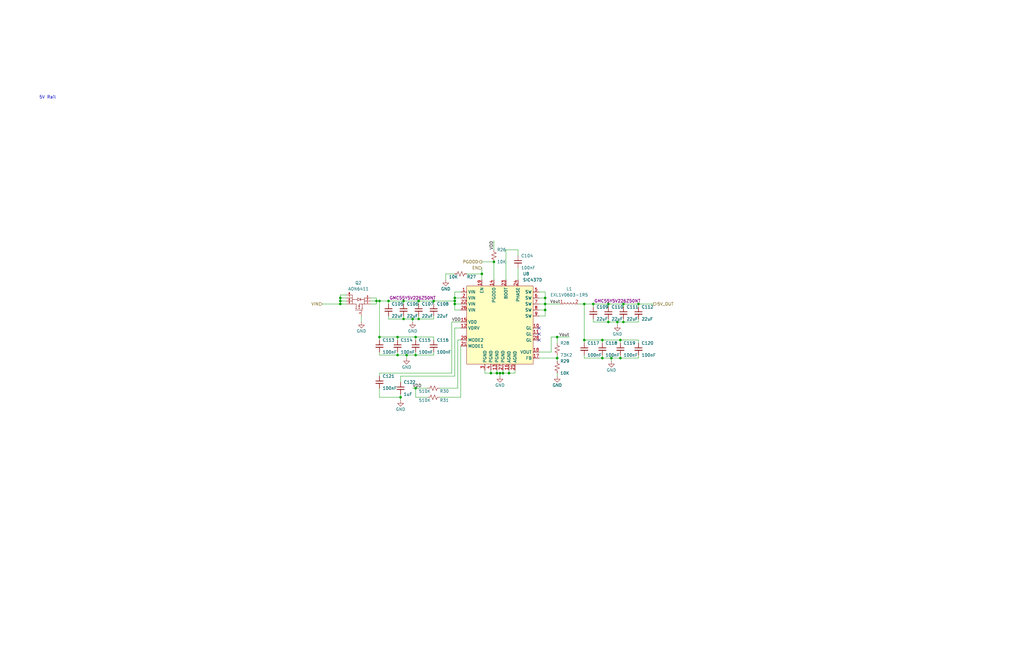
<source format=kicad_sch>
(kicad_sch (version 20211123) (generator eeschema)
  (paper "B")
  (lib_symbols
    (symbol "APA102_Matrix_Symbols:AON6411"
      (property "Reference" "Q" (at -6.35 5.08 0))
      (property "Value" "AON6411" (at -2.54 6.35 0))
      (symbol "AON6411_0_1"
        (polyline (pts (xy 2.54 -0.635) (xy 2.54 2.54)))
        (polyline (pts (xy 3.175 -0.3175) (xy 4.445 -0.3175)))
        (polyline (pts (xy 3.175 0) (xy 3.175 -0.635)))
        (polyline (pts (xy 3.175 0.9525) (xy 4.1275 0.9525)))
        (polyline (pts (xy 3.175 1.27) (xy 3.175 0.635)))
        (polyline (pts (xy 3.175 2.2225) (xy 4.445 2.2225)))
        (polyline (pts (xy 3.175 2.54) (xy 3.175 1.905)))
        (polyline (pts (xy 4.445 0.9525) (xy 4.1275 1.27)))
        (polyline (pts (xy 6.35 0.3175) (xy 7.62 0.3175)))
        (polyline (pts (xy 6.35 1.5875) (xy 6.985 0.3175)))
        (polyline (pts (xy 6.985 0.3175) (xy 6.985 -1.27)))
        (polyline (pts (xy 6.985 1.5875) (xy 6.985 3.81)))
        (polyline (pts (xy 4.1275 1.27) (xy 4.1275 0.635) (xy 4.445 0.9525)))
        (polyline (pts (xy 4.445 0.9525) (xy 5.08 0.9525) (xy 5.08 -0.3175)))
        (polyline (pts (xy 6.35 1.5875) (xy 7.62 1.5875) (xy 6.985 0.3175)))
        (polyline (pts (xy 4.445 -0.3175) (xy 5.08 -0.3175) (xy 5.08 -1.27) (xy 7.62 -1.27)))
        (polyline (pts (xy 4.445 2.2225) (xy 5.08 2.2225) (xy 5.08 3.81) (xy 8.89 3.81)))
      )
      (symbol "AON6411_1_1"
        (pin passive line (at 5.08 -3.81 90) (length 2.54) (name "") (number "1"))
        (pin passive line (at 6.35 -3.81 90) (length 2.54) (name "") (number "2"))
        (pin passive line (at 7.62 -3.81 90) (length 2.54) (name "") (number "3"))
        (pin passive line (at 0 0 0) (length 2.54) (name "") (number "4"))
        (pin passive line (at 5.08 6.35 270) (length 2.54) (name "") (number "5"))
        (pin passive line (at 6.35 6.35 270) (length 2.54) (name "") (number "6"))
        (pin passive line (at 7.62 6.35 270) (length 2.54) (name "") (number "7"))
        (pin passive line (at 8.89 6.35 270) (length 2.54) (name "") (number "8"))
      )
    )
    (symbol "APA102_Matrix_Symbols:EXL1V0603-1R5"
      (property "Reference" "L" (at 3.81 2.54 0))
      (property "Value" "EXL1V0603-1R5" (at 3.81 -1.27 0))
      (symbol "EXL1V0603-1R5_0_0"
        (arc (start 1.27 0) (mid 2.354 -0.449) (end 1.905 0.635))
        (arc (start 1.905 0.635) (mid 1.456 -0.449) (end 2.54 0))
        (arc (start 2.54 0) (mid 3.624 -0.449) (end 3.175 0.635))
        (arc (start 3.175 0.635) (mid 2.726 -0.449) (end 3.81 0))
        (arc (start 3.81 0) (mid 4.894 -0.449) (end 4.445 0.635))
        (arc (start 4.445 0.635) (mid 3.996 -0.449) (end 5.08 0))
        (arc (start 5.08 0) (mid 6.164 -0.449) (end 5.715 0.635))
        (arc (start 5.715 0.635) (mid 5.266 -0.449) (end 6.35 0))
      )
      (symbol "EXL1V0603-1R5_1_1"
        (pin passive line (at 0 0 0) (length 1.27) (name "~") (number "1"))
        (pin passive line (at 7.62 0 180) (length 1.27) (name "~") (number "2"))
      )
    )
    (symbol "APA102_Matrix_Symbols:SIC437D"
      (property "Reference" "U" (at 26.67 6.35 0))
      (property "Value" "SIC437D" (at 30.48 3.81 0))
      (symbol "SIC437D_0_0"
        (rectangle (start 2.54 2.54) (end 30.48 -30.48) (fill (type background)))
      )
      (symbol "SIC437D_1_1"
        (pin power_in line (at 0 0 0) (length 2.54) (name "VIN") (number "1"))
        (pin output line (at 33.02 -15.24 180) (length 2.54) (name "GL") (number "10"))
        (pin output line (at 33.02 -17.78 180) (length 2.54) (name "GL") (number "11"))
        (pin power_out line (at 0 -15.24 0) (length 2.54) (name "VDRV") (number "12"))
        (pin power_in line (at 15.24 -33.02 90) (length 2.54) (name "PGND") (number "13"))
        (pin open_collector line (at 13.97 5.08 270) (length 2.54) (name "PGOOD") (number "14"))
        (pin power_out line (at 0 -12.7 0) (length 2.54) (name "VDD") (number "15"))
        (pin power_in line (at 20.32 -33.02 90) (length 2.54) (name "AGND") (number "16"))
        (pin input line (at 33.02 -27.94 180) (length 2.54) (name "FB") (number "17"))
        (pin input line (at 33.02 -25.4 180) (length 2.54) (name "VOUT") (number "18"))
        (pin input line (at 8.89 5.08 270) (length 2.54) (name "EN") (number "19"))
        (pin power_in line (at 0 -2.54 0) (length 2.54) (name "VIN") (number "2"))
        (pin input line (at 0 -20.32 0) (length 2.54) (name "MODE2") (number "20"))
        (pin input line (at 0 -22.86 0) (length 2.54) (name "MODE1") (number "21"))
        (pin power_in line (at 0 -5.08 0) (length 2.54) (name "VIN") (number "22"))
        (pin passive line (at 19.05 5.08 270) (length 2.54) (name "BOOT") (number "23"))
        (pin passive line (at 24.13 5.08 270) (length 2.54) (name "PHASE") (number "24"))
        (pin power_in line (at 22.86 -33.02 90) (length 2.54) (name "AGND") (number "25"))
        (pin power_in line (at 0 -7.62 0) (length 2.54) (name "VIN") (number "26"))
        (pin power_in line (at 17.78 -33.02 90) (length 2.54) (name "PGND") (number "27"))
        (pin output line (at 33.02 -20.32 180) (length 2.54) (name "GL") (number "28"))
        (pin power_in line (at 10.16 -33.02 90) (length 2.54) (name "PGND") (number "3"))
        (pin power_in line (at 12.7 -33.02 90) (length 2.54) (name "PGND") (number "4"))
        (pin power_out line (at 33.02 0 180) (length 2.54) (name "SW") (number "5"))
        (pin power_out line (at 33.02 -2.54 180) (length 2.54) (name "SW") (number "6"))
        (pin power_out line (at 33.02 -5.08 180) (length 2.54) (name "SW") (number "7"))
        (pin power_out line (at 33.02 -7.62 180) (length 2.54) (name "SW") (number "8"))
        (pin power_out line (at 33.02 -10.16 180) (length 2.54) (name "SW") (number "9"))
      )
    )
    (symbol "Device:C_Small" (pin_numbers hide) (pin_names (offset 0.254) hide)
      (property "Reference" "C" (at 0.254 1.778 0))
      (property "Value" "C_Small" (at 0.254 -2.032 0))
      (symbol "C_Small_0_1"
        (polyline (pts (xy -1.524 -0.508) (xy 1.524 -0.508)) (stroke (width 0.3302)))
        (polyline (pts (xy -1.524 0.508) (xy 1.524 0.508)) (stroke (width 0.3048)))
      )
      (symbol "C_Small_1_1"
        (pin passive line (at 0 2.54 270) (length 2.032) (name "~") (number "1"))
        (pin passive line (at 0 -2.54 90) (length 2.032) (name "~") (number "2"))
      )
    )
    (symbol "Device:R_Small_US" (pin_numbers hide) (pin_names (offset 0.254) hide)
      (property "Reference" "R" (at 0.762 0.508 0))
      (property "Value" "R_Small_US" (at 0.762 -1.016 0))
      (symbol "R_Small_US_1_1"
        (polyline (pts (xy 0 0) (xy 1.016 -0.381) (xy 0 -0.762) (xy -1.016 -1.143) (xy 0 -1.524)))
        (polyline (pts (xy 0 1.524) (xy 1.016 1.143) (xy 0 0.762) (xy -1.016 0.381) (xy 0 0)))
        (pin passive line (at 0 2.54 270) (length 1.016) (name "~") (number "1"))
        (pin passive line (at 0 -2.54 90) (length 1.016) (name "~") (number "2"))
      )
    )
    (symbol "power:GND" (power) (pin_names (offset 0))
      (property "Value" "GND" (at 0 -3.81 0))
      (symbol "GND_0_1"
        (polyline (pts (xy 0 0) (xy 0 -1.27) (xy 1.27 -1.27) (xy 0 -2.54) (xy -1.27 -1.27) (xy 0 -1.27)))
      )
      (symbol "GND_1_1"
        (pin power_in line (at 0 0 270) (length 0) hide (name "GND") (number "1"))
      )
    )
  )
  (junction (at 208.28 110.49))
  (junction (at 212.09 157.48))
  (junction (at 210.82 157.48))
  (junction (at 182.88 127))
  (junction (at 158.75 127))
  (junction (at 167.64 142.24))
  (junction (at 257.81 151.13))
  (junction (at 168.91 167.64))
  (junction (at 143.51 127))
  (junction (at 234.95 151.13))
  (junction (at 175.26 149.86))
  (junction (at 234.95 142.24))
  (junction (at 214.63 157.48))
  (junction (at 163.83 127))
  (junction (at 260.35 135.89))
  (junction (at 269.24 128.27))
  (junction (at 143.51 125.73))
  (junction (at 229.87 125.73))
  (junction (at 229.87 128.27))
  (junction (at 175.26 163.83))
  (junction (at 191.77 125.73))
  (junction (at 256.54 135.89))
  (junction (at 160.02 127))
  (junction (at 261.62 143.51))
  (junction (at 203.2 115.57))
  (junction (at 262.89 128.27))
  (junction (at 262.89 135.89))
  (junction (at 167.64 149.86))
  (junction (at 209.55 157.48))
  (junction (at 160.02 142.24))
  (junction (at 256.54 128.27))
  (junction (at 170.18 127))
  (junction (at 191.77 127))
  (junction (at 246.38 143.51))
  (junction (at 261.62 151.13))
  (junction (at 191.77 128.27))
  (junction (at 175.26 142.24))
  (junction (at 254 143.51))
  (junction (at 229.87 130.81))
  (junction (at 176.53 127))
  (junction (at 254 151.13))
  (junction (at 170.18 134.62))
  (junction (at 171.45 149.86))
  (junction (at 207.01 157.48))
  (junction (at 176.53 134.62))
  (junction (at 246.38 128.27))
  (junction (at 173.99 134.62))
  (junction (at 143.51 128.27))
  (junction (at 250.19 128.27))
  (no_connect (at 227.33 138.43))
  (no_connect (at 227.33 140.97))
  (no_connect (at 227.33 143.51))
  (wire (pts (xy 234.95 151.13) (xy 227.33 151.13)))
  (wire (pts (xy 243.84 128.27) (xy 246.38 128.27)))
  (wire (pts (xy 176.53 134.62) (xy 182.88 134.62)))
  (wire (pts (xy 160.02 149.86) (xy 160.02 148.59)))
  (wire (pts (xy 234.95 152.4) (xy 234.95 151.13)))
  (wire (pts (xy 156.21 128.27) (xy 158.75 128.27)))
  (wire (pts (xy 173.99 134.62) (xy 176.53 134.62)))
  (wire (pts (xy 152.4 133.35) (xy 152.4 135.89)))
  (wire (pts (xy 204.47 156.21) (xy 204.47 157.48)))
  (wire (pts (xy 168.91 158.75) (xy 191.77 158.75)))
  (wire (pts (xy 168.91 161.29) (xy 168.91 158.75)))
  (wire (pts (xy 269.24 151.13) (xy 261.62 151.13)))
  (wire (pts (xy 229.87 125.73) (xy 229.87 123.19)))
  (wire (pts (xy 160.02 143.51) (xy 160.02 142.24)))
  (wire (pts (xy 158.75 127) (xy 160.02 127)))
  (wire (pts (xy 170.18 127) (xy 170.18 128.27)))
  (wire (pts (xy 246.38 143.51) (xy 254 143.51)))
  (wire (pts (xy 176.53 127) (xy 176.53 128.27)))
  (wire (pts (xy 204.47 157.48) (xy 207.01 157.48)))
  (wire (pts (xy 143.51 128.27) (xy 143.51 127)))
  (wire (pts (xy 185.42 167.64) (xy 194.31 167.64)))
  (wire (pts (xy 269.24 129.54) (xy 269.24 128.27)))
  (wire (pts (xy 146.05 128.27) (xy 143.51 128.27)))
  (wire (pts (xy 187.96 115.57) (xy 187.96 118.11)))
  (wire (pts (xy 203.2 113.03) (xy 203.2 115.57)))
  (wire (pts (xy 163.83 127) (xy 163.83 128.27)))
  (wire (pts (xy 208.28 101.6) (xy 208.28 105.41)))
  (wire (pts (xy 163.83 133.35) (xy 163.83 134.62)))
  (wire (pts (xy 218.44 105.41) (xy 213.36 105.41)))
  (wire (pts (xy 214.63 156.21) (xy 214.63 157.48)))
  (wire (pts (xy 254 149.86) (xy 254 151.13)))
  (wire (pts (xy 182.88 142.24) (xy 175.26 142.24)))
  (wire (pts (xy 261.62 143.51) (xy 254 143.51)))
  (wire (pts (xy 191.77 128.27) (xy 191.77 127)))
  (wire (pts (xy 229.87 123.19) (xy 227.33 123.19)))
  (wire (pts (xy 160.02 157.48) (xy 190.5 157.48)))
  (wire (pts (xy 191.77 115.57) (xy 187.96 115.57)))
  (wire (pts (xy 180.34 167.64) (xy 175.26 167.64)))
  (wire (pts (xy 261.62 143.51) (xy 261.62 144.78)))
  (wire (pts (xy 191.77 125.73) (xy 194.31 125.73)))
  (wire (pts (xy 207.01 156.21) (xy 207.01 157.48)))
  (wire (pts (xy 256.54 135.89) (xy 260.35 135.89)))
  (wire (pts (xy 262.89 134.62) (xy 262.89 135.89)))
  (wire (pts (xy 212.09 156.21) (xy 212.09 157.48)))
  (wire (pts (xy 182.88 143.51) (xy 182.88 142.24)))
  (wire (pts (xy 170.18 133.35) (xy 170.18 134.62)))
  (wire (pts (xy 175.26 163.83) (xy 180.34 163.83)))
  (wire (pts (xy 191.77 138.43) (xy 194.31 138.43)))
  (wire (pts (xy 229.87 133.35) (xy 229.87 130.81)))
  (wire (pts (xy 163.83 134.62) (xy 170.18 134.62)))
  (wire (pts (xy 168.91 167.64) (xy 168.91 168.91)))
  (wire (pts (xy 160.02 158.75) (xy 160.02 157.48)))
  (wire (pts (xy 262.89 128.27) (xy 262.89 129.54)))
  (wire (pts (xy 182.88 127) (xy 182.88 128.27)))
  (wire (pts (xy 214.63 157.48) (xy 217.17 157.48)))
  (wire (pts (xy 143.51 125.73) (xy 146.05 125.73)))
  (wire (pts (xy 194.31 123.19) (xy 191.77 123.19)))
  (wire (pts (xy 234.95 149.86) (xy 234.95 151.13)))
  (wire (pts (xy 234.95 144.78) (xy 234.95 142.24)))
  (wire (pts (xy 168.91 167.64) (xy 168.91 166.37)))
  (wire (pts (xy 143.51 127) (xy 143.51 125.73)))
  (wire (pts (xy 262.89 128.27) (xy 269.24 128.27)))
  (wire (pts (xy 203.2 110.49) (xy 208.28 110.49)))
  (wire (pts (xy 182.88 127) (xy 191.77 127)))
  (wire (pts (xy 269.24 128.27) (xy 275.59 128.27)))
  (wire (pts (xy 175.26 148.59) (xy 175.26 149.86)))
  (wire (pts (xy 213.36 105.41) (xy 213.36 118.11)))
  (wire (pts (xy 227.33 148.59) (xy 232.41 148.59)))
  (wire (pts (xy 167.64 148.59) (xy 167.64 149.86)))
  (wire (pts (xy 156.21 125.73) (xy 158.75 125.73)))
  (wire (pts (xy 163.83 127) (xy 170.18 127)))
  (wire (pts (xy 250.19 134.62) (xy 250.19 135.89)))
  (wire (pts (xy 160.02 142.24) (xy 167.64 142.24)))
  (wire (pts (xy 135.89 128.27) (xy 143.51 128.27)))
  (wire (pts (xy 212.09 157.48) (xy 214.63 157.48)))
  (wire (pts (xy 191.77 127) (xy 191.77 125.73)))
  (wire (pts (xy 171.45 149.86) (xy 167.64 149.86)))
  (wire (pts (xy 173.99 134.62) (xy 173.99 135.89)))
  (wire (pts (xy 269.24 144.78) (xy 269.24 143.51)))
  (wire (pts (xy 261.62 151.13) (xy 257.81 151.13)))
  (wire (pts (xy 254 143.51) (xy 254 144.78)))
  (wire (pts (xy 176.53 133.35) (xy 176.53 134.62)))
  (wire (pts (xy 210.82 157.48) (xy 210.82 158.75)))
  (wire (pts (xy 167.64 142.24) (xy 167.64 143.51)))
  (wire (pts (xy 143.51 124.46) (xy 146.05 124.46)))
  (wire (pts (xy 182.88 149.86) (xy 175.26 149.86)))
  (wire (pts (xy 229.87 130.81) (xy 229.87 128.27)))
  (wire (pts (xy 194.31 167.64) (xy 194.31 146.05)))
  (wire (pts (xy 269.24 135.89) (xy 269.24 134.62)))
  (wire (pts (xy 175.26 142.24) (xy 167.64 142.24)))
  (wire (pts (xy 160.02 127) (xy 160.02 142.24)))
  (wire (pts (xy 227.33 130.81) (xy 229.87 130.81)))
  (wire (pts (xy 203.2 118.11) (xy 203.2 115.57)))
  (wire (pts (xy 218.44 107.95) (xy 218.44 105.41)))
  (wire (pts (xy 232.41 148.59) (xy 232.41 142.24)))
  (wire (pts (xy 207.01 157.48) (xy 209.55 157.48)))
  (wire (pts (xy 218.44 113.03) (xy 218.44 118.11)))
  (wire (pts (xy 173.99 163.83) (xy 175.26 163.83)))
  (wire (pts (xy 175.26 163.83) (xy 175.26 167.64)))
  (wire (pts (xy 210.82 157.48) (xy 212.09 157.48)))
  (wire (pts (xy 191.77 123.19) (xy 191.77 125.73)))
  (wire (pts (xy 256.54 128.27) (xy 262.89 128.27)))
  (wire (pts (xy 203.2 115.57) (xy 196.85 115.57)))
  (wire (pts (xy 227.33 128.27) (xy 229.87 128.27)))
  (wire (pts (xy 194.31 130.81) (xy 191.77 130.81)))
  (wire (pts (xy 160.02 163.83) (xy 160.02 167.64)))
  (wire (pts (xy 262.89 135.89) (xy 269.24 135.89)))
  (wire (pts (xy 246.38 144.78) (xy 246.38 143.51)))
  (wire (pts (xy 193.04 163.83) (xy 185.42 163.83)))
  (wire (pts (xy 191.77 130.81) (xy 191.77 128.27)))
  (wire (pts (xy 175.26 149.86) (xy 171.45 149.86)))
  (wire (pts (xy 170.18 127) (xy 176.53 127)))
  (wire (pts (xy 254 151.13) (xy 246.38 151.13)))
  (wire (pts (xy 234.95 142.24) (xy 240.03 142.24)))
  (wire (pts (xy 250.19 128.27) (xy 256.54 128.27)))
  (wire (pts (xy 190.5 135.89) (xy 194.31 135.89)))
  (wire (pts (xy 191.77 158.75) (xy 191.77 138.43)))
  (wire (pts (xy 236.22 128.27) (xy 229.87 128.27)))
  (wire (pts (xy 209.55 156.21) (xy 209.55 157.48)))
  (wire (pts (xy 227.33 133.35) (xy 229.87 133.35)))
  (wire (pts (xy 269.24 149.86) (xy 269.24 151.13)))
  (wire (pts (xy 246.38 143.51) (xy 246.38 128.27)))
  (wire (pts (xy 156.21 127) (xy 158.75 127)))
  (wire (pts (xy 232.41 142.24) (xy 234.95 142.24)))
  (wire (pts (xy 261.62 149.86) (xy 261.62 151.13)))
  (wire (pts (xy 217.17 157.48) (xy 217.17 156.21)))
  (wire (pts (xy 256.54 128.27) (xy 256.54 129.54)))
  (wire (pts (xy 260.35 135.89) (xy 262.89 135.89)))
  (wire (pts (xy 229.87 128.27) (xy 229.87 125.73)))
  (wire (pts (xy 170.18 134.62) (xy 173.99 134.62)))
  (wire (pts (xy 182.88 134.62) (xy 182.88 133.35)))
  (wire (pts (xy 171.45 149.86) (xy 171.45 151.13)))
  (wire (pts (xy 175.26 142.24) (xy 175.26 143.51)))
  (wire (pts (xy 158.75 125.73) (xy 158.75 127)))
  (wire (pts (xy 143.51 125.73) (xy 143.51 124.46)))
  (wire (pts (xy 208.28 110.49) (xy 208.28 118.11)))
  (wire (pts (xy 193.04 143.51) (xy 193.04 163.83)))
  (wire (pts (xy 160.02 167.64) (xy 168.91 167.64)))
  (wire (pts (xy 160.02 127) (xy 163.83 127)))
  (wire (pts (xy 182.88 148.59) (xy 182.88 149.86)))
  (wire (pts (xy 257.81 151.13) (xy 257.81 152.4)))
  (wire (pts (xy 269.24 143.51) (xy 261.62 143.51)))
  (wire (pts (xy 190.5 157.48) (xy 190.5 135.89)))
  (wire (pts (xy 194.31 143.51) (xy 193.04 143.51)))
  (wire (pts (xy 143.51 127) (xy 146.05 127)))
  (wire (pts (xy 234.95 157.48) (xy 234.95 158.75)))
  (wire (pts (xy 246.38 128.27) (xy 250.19 128.27)))
  (wire (pts (xy 246.38 151.13) (xy 246.38 149.86)))
  (wire (pts (xy 176.53 127) (xy 182.88 127)))
  (wire (pts (xy 194.31 128.27) (xy 191.77 128.27)))
  (wire (pts (xy 260.35 135.89) (xy 260.35 137.16)))
  (wire (pts (xy 257.81 151.13) (xy 254 151.13)))
  (wire (pts (xy 209.55 157.48) (xy 210.82 157.48)))
  (wire (pts (xy 227.33 125.73) (xy 229.87 125.73)))
  (wire (pts (xy 158.75 127) (xy 158.75 128.27)))
  (wire (pts (xy 250.19 135.89) (xy 256.54 135.89)))
  (wire (pts (xy 256.54 134.62) (xy 256.54 135.89)))
  (wire (pts (xy 167.64 149.86) (xy 160.02 149.86)))
  (wire (pts (xy 250.19 128.27) (xy 250.19 129.54)))
  (text "5V Rail" (at 16.51 41.91 0) (effects (font (size 1.27 1.27)) (justify left bottom)))
  (label "VDD" (at 208.28 101.6 270))
  (label "VDD" (at 190.5 135.89 0))
  (label "Vout" (at 236.22 128.27 180))
  (label "Vout" (at 240.03 142.24 180))
  (label "VDD" (at 173.99 163.83 0))
  (hierarchical_label "PGOOD" (shape output) (at 203.2 110.49 180))
  (hierarchical_label "EN" (shape input) (at 203.2 113.03 180))
  (hierarchical_label "5V_OUT" (shape output) (at 275.59 128.27 0))
  (hierarchical_label "VIN" (shape input) (at 135.89 128.27 180))
  (symbol (lib_id "Device:C_Small") (at 246.38 147.32 0) (unit 1)
    (property "Reference" "C117" (at 247.65 144.78 0) (effects (justify left)))
    (property "Value" "100nF" (at 247.65 149.86 0) (effects (justify left)))
    (property "Footprint" "APA102_Matrix_Footprints:C_0603" (effects hide))
  )
  (symbol (lib_id "Device:C_Small") (at 163.83 130.81 0) (unit 1)
    (property "Reference" "C105" (at 165.1 128.27 0) (effects (justify left)))
    (property "Value" "22uF" (at 165.1 133.35 0) (effects (justify left)))
    (property "Footprint" "APA102_Matrix_Footprints:C_2220" (effects hide))
    (property "PN" "GMC55Y5V226Z50NT" (effects hide))
    (property "Manu" "CAL-CHIP ELECTRONICS, INC." (effects hide))
  )
  (symbol (lib_id "Device:C_Small") (at 250.19 132.08 0) (unit 1)
    (property "Reference" "C109" (at 251.46 129.54 0) (effects (justify left)))
    (property "Value" "22uF" (at 251.46 134.62 0) (effects (justify left)))
    (property "Footprint" "APA102_Matrix_Footprints:C_2220" (effects hide))
    (property "PN" "GMC55Y5V226Z50NT" (effects hide))
    (property "Manu" "CAL-CHIP ELECTRONICS, INC." (effects hide))
  )
  (symbol (lib_id "Device:C_Small") (at 262.89 132.08 0) (unit 1)
    (property "Reference" "C111" (at 264.16 129.54 0) (effects (justify left)))
    (property "Value" "22uF" (at 264.16 134.62 0) (effects (justify left)))
    (property "Footprint" "APA102_Matrix_Footprints:C_2220" (effects hide))
    (property "PN" "GMC55Y5V226Z50NT" (effects hide))
    (property "Manu" "CAL-CHIP ELECTRONICS, INC." (effects hide))
  )
  (symbol (lib_id "power:GND") (at 257.81 152.4 0) (unit 1)
    (property "Reference" "#PWR01578" (effects hide))
    (property "Value" "GND" (at 257.81 156.21 0))
  )
  (symbol (lib_id "Device:C_Small") (at 182.88 146.05 0) (unit 1)
    (property "Reference" "C116" (at 184.15 143.51 0) (effects (justify left)))
    (property "Value" "100nF" (at 184.15 148.59 0) (effects (justify left)))
    (property "Footprint" "APA102_Matrix_Footprints:C_0603" (effects hide))
  )
  (symbol (lib_id "Device:R_Small_US") (at 182.88 167.64 270) (unit 1)
    (property "Reference" "R31" (at 185.42 168.91 90) (effects (justify left)))
    (property "Value" "510K" (at 176.53 168.91 90) (effects (justify left)))
    (property "Footprint" "APA102_Matrix_Footprints:R_0603" (effects hide))
  )
  (symbol (lib_id "Device:C_Small") (at 176.53 130.81 0) (unit 1)
    (property "Reference" "C107" (at 177.8 128.27 0) (effects (justify left)))
    (property "Value" "22uF" (at 177.8 133.35 0) (effects (justify left)))
    (property "Footprint" "APA102_Matrix_Footprints:C_2220" (effects hide))
    (property "PN" "GMC55Y5V226Z50NT" (effects hide))
    (property "Manu" "CAL-CHIP ELECTRONICS, INC." (effects hide))
  )
  (symbol (lib_id "power:GND") (at 152.4 135.89 0) (unit 1)
    (property "Reference" "#PWR01574" (effects hide))
    (property "Value" "GND" (at 152.4 139.7 0))
  )
  (symbol (lib_id "power:GND") (at 171.45 151.13 0) (unit 1)
    (property "Reference" "#PWR01577" (effects hide))
    (property "Value" "GND" (at 171.45 154.94 0))
  )
  (symbol (lib_id "Device:C_Small") (at 182.88 130.81 0) (unit 1)
    (property "Reference" "C108" (at 184.15 128.27 0) (effects (justify left)))
    (property "Value" "22uF" (at 184.15 133.35 0) (effects (justify left)))
    (property "Footprint" "APA102_Matrix_Footprints:C_2220" (effects hide))
    (property "PN" "GMC55Y5V226Z50NT" (at 173.99 125.73 0))
    (property "Manu" "CAL-CHIP ELECTRONICS, INC." (effects hide))
  )
  (symbol (lib_id "APA102_Matrix_Symbols:EXL1V0603-1R5") (at 236.22 128.27 0) (unit 1)
    (property "Reference" "L1" (at 240.03 121.92 0))
    (property "Value" "EXL1V0603-1R5" (at 240.03 124.46 0))
    (property "Footprint" "APA102_Matrix_Footprints:EXL1V0603" (effects hide))
  )
  (symbol (lib_id "Device:C_Small") (at 175.26 146.05 0) (unit 1)
    (property "Reference" "C115" (at 176.53 143.51 0) (effects (justify left)))
    (property "Value" "100nF" (at 176.53 148.59 0) (effects (justify left)))
    (property "Footprint" "APA102_Matrix_Footprints:C_0603" (effects hide))
  )
  (symbol (lib_id "Device:C_Small") (at 218.44 110.49 0) (unit 1)
    (property "Reference" "C104" (at 219.71 107.95 0) (effects (justify left)))
    (property "Value" "100nF" (at 219.71 113.03 0) (effects (justify left)))
    (property "Footprint" "APA102_Matrix_Footprints:C_0603" (effects hide))
  )
  (symbol (lib_id "Device:R_Small_US") (at 208.28 107.95 0) (unit 1)
    (property "Reference" "R26" (at 209.55 105.41 0) (effects (justify left)))
    (property "Value" "10K" (at 209.55 110.49 0) (effects (justify left)))
    (property "Footprint" "APA102_Matrix_Footprints:R_0603" (effects hide))
  )
  (symbol (lib_id "power:GND") (at 210.82 158.75 0) (unit 1)
    (property "Reference" "#PWR01579" (effects hide))
    (property "Value" "GND" (at 210.82 162.56 0))
  )
  (symbol (lib_id "Device:C_Small") (at 168.91 163.83 0) (unit 1)
    (property "Reference" "C122" (at 170.18 161.29 0) (effects (justify left)))
    (property "Value" "1uF" (at 170.18 166.37 0) (effects (justify left)))
    (property "Footprint" "APA102_Matrix_Footprints:C_0603" (effects hide))
  )
  (symbol (lib_id "Device:C_Small") (at 269.24 147.32 0) (unit 1)
    (property "Reference" "C120" (at 270.51 144.78 0) (effects (justify left)))
    (property "Value" "100nF" (at 270.51 149.86 0) (effects (justify left)))
    (property "Footprint" "APA102_Matrix_Footprints:C_0603" (effects hide))
  )
  (symbol (lib_id "power:GND") (at 168.91 168.91 0) (unit 1)
    (property "Reference" "#PWR01581" (effects hide))
    (property "Value" "GND" (at 168.91 172.72 0))
  )
  (symbol (lib_id "Device:C_Small") (at 160.02 161.29 0) (unit 1)
    (property "Reference" "C121" (at 161.29 158.75 0) (effects (justify left)))
    (property "Value" "100nF" (at 161.29 163.83 0) (effects (justify left)))
    (property "Footprint" "APA102_Matrix_Footprints:C_0603" (effects hide))
  )
  (symbol (lib_id "APA102_Matrix_Symbols:AON6411") (at 152.4 133.35 90) (unit 1)
    (property "Reference" "Q2" (at 151.13 119.38 90))
    (property "Value" "AON6411" (at 151.13 121.92 90))
    (property "Footprint" "APA102_Matrix_Footprints:DFN8_5X6" (effects hide))
    (property "Datasheet" "http://aosmd.com/res/data_sheets/AON6411.pdf" (effects hide))
  )
  (symbol (lib_id "power:GND") (at 234.95 158.75 0) (unit 1)
    (property "Reference" "#PWR01580" (effects hide))
    (property "Value" "GND" (at 234.95 162.56 0))
  )
  (symbol (lib_id "Device:R_Small_US") (at 182.88 163.83 270) (unit 1)
    (property "Reference" "R30" (at 185.42 165.1 90) (effects (justify left)))
    (property "Value" "510K" (at 176.53 165.1 90) (effects (justify left)))
    (property "Footprint" "APA102_Matrix_Footprints:R_0603" (effects hide))
  )
  (symbol (lib_id "power:GND") (at 260.35 137.16 0) (unit 1)
    (property "Reference" "#PWR01576" (effects hide))
    (property "Value" "GND" (at 260.35 140.97 0))
  )
  (symbol (lib_id "power:GND") (at 173.99 135.89 0) (unit 1)
    (property "Reference" "#PWR01575" (effects hide))
    (property "Value" "GND" (at 173.99 139.7 0))
  )
  (symbol (lib_id "Device:C_Small") (at 269.24 132.08 0) (unit 1)
    (property "Reference" "C112" (at 270.51 129.54 0) (effects (justify left)))
    (property "Value" "22uF" (at 270.51 134.62 0) (effects (justify left)))
    (property "Footprint" "APA102_Matrix_Footprints:C_2220" (effects hide))
    (property "PN" "GMC55Y5V226Z50NT" (at 260.35 127 0))
    (property "Manu" "CAL-CHIP ELECTRONICS, INC." (effects hide))
  )
  (symbol (lib_id "Device:C_Small") (at 160.02 146.05 0) (unit 1)
    (property "Reference" "C113" (at 161.29 143.51 0) (effects (justify left)))
    (property "Value" "100nF" (at 161.29 148.59 0) (effects (justify left)))
    (property "Footprint" "APA102_Matrix_Footprints:C_0603" (effects hide))
  )
  (symbol (lib_id "Device:R_Small_US") (at 234.95 147.32 0) (unit 1)
    (property "Reference" "R28" (at 236.22 144.78 0) (effects (justify left)))
    (property "Value" "73K2" (at 236.22 149.86 0) (effects (justify left)))
    (property "Footprint" "APA102_Matrix_Footprints:R_0603" (effects hide))
  )
  (symbol (lib_id "Device:R_Small_US") (at 234.95 154.94 0) (unit 1)
    (property "Reference" "R29" (at 236.22 152.4 0) (effects (justify left)))
    (property "Value" "10K" (at 236.22 157.48 0) (effects (justify left)))
    (property "Footprint" "APA102_Matrix_Footprints:R_0603" (effects hide))
  )
  (symbol (lib_id "Device:C_Small") (at 170.18 130.81 0) (unit 1)
    (property "Reference" "C106" (at 171.45 128.27 0) (effects (justify left)))
    (property "Value" "22uF" (at 171.45 133.35 0) (effects (justify left)))
    (property "Footprint" "APA102_Matrix_Footprints:C_2220" (effects hide))
    (property "PN" "GMC55Y5V226Z50NT" (effects hide))
    (property "Manu" "CAL-CHIP ELECTRONICS, INC." (effects hide))
  )
  (symbol (lib_id "APA102_Matrix_Symbols:SIC437D") (at 194.31 123.19 0) (unit 1)
    (property "Reference" "U8" (at 220.4594 115.57 0) (effects (justify left)))
    (property "Value" "SIC437D" (at 220.4594 118.11 0) (effects (justify left)))
    (property "Footprint" "APA102_Matrix_Footprints:MLP44_24L" (effects hide))
  )
  (symbol (lib_id "Device:C_Small") (at 167.64 146.05 0) (unit 1)
    (property "Reference" "C114" (at 168.91 143.51 0) (effects (justify left)))
    (property "Value" "100nF" (at 168.91 148.59 0) (effects (justify left)))
    (property "Footprint" "APA102_Matrix_Footprints:C_0603" (effects hide))
  )
  (symbol (lib_id "Device:C_Small") (at 261.62 147.32 0) (unit 1)
    (property "Reference" "C119" (at 262.89 144.78 0) (effects (justify left)))
    (property "Value" "100nF" (at 262.89 149.86 0) (effects (justify left)))
    (property "Footprint" "APA102_Matrix_Footprints:C_0603" (effects hide))
  )
  (symbol (lib_id "Device:C_Small") (at 256.54 132.08 0) (unit 1)
    (property "Reference" "C110" (at 257.81 129.54 0) (effects (justify left)))
    (property "Value" "22uF" (at 257.81 134.62 0) (effects (justify left)))
    (property "Footprint" "APA102_Matrix_Footprints:C_2220" (effects hide))
    (property "PN" "GMC55Y5V226Z50NT" (effects hide))
    (property "Manu" "CAL-CHIP ELECTRONICS, INC." (effects hide))
  )
  (symbol (lib_id "power:GND") (at 187.96 118.11 0) (unit 1)
    (property "Reference" "#PWR01573" (effects hide))
    (property "Value" "GND" (at 187.96 121.92 0))
  )
  (symbol (lib_id "Device:C_Small") (at 254 147.32 0) (unit 1)
    (property "Reference" "C118" (at 255.27 144.78 0) (effects (justify left)))
    (property "Value" "100nF" (at 255.27 149.86 0) (effects (justify left)))
    (property "Footprint" "APA102_Matrix_Footprints:C_0603" (effects hide))
  )
  (symbol (lib_id "Device:R_Small_US") (at 194.31 115.57 270) (unit 1)
    (property "Reference" "R27" (at 196.85 116.84 90) (effects (justify left)))
    (property "Value" "10K" (at 189.23 116.84 90) (effects (justify left)))
    (property "Footprint" "APA102_Matrix_Footprints:R_0603" (effects hide))
  )
)
</source>
